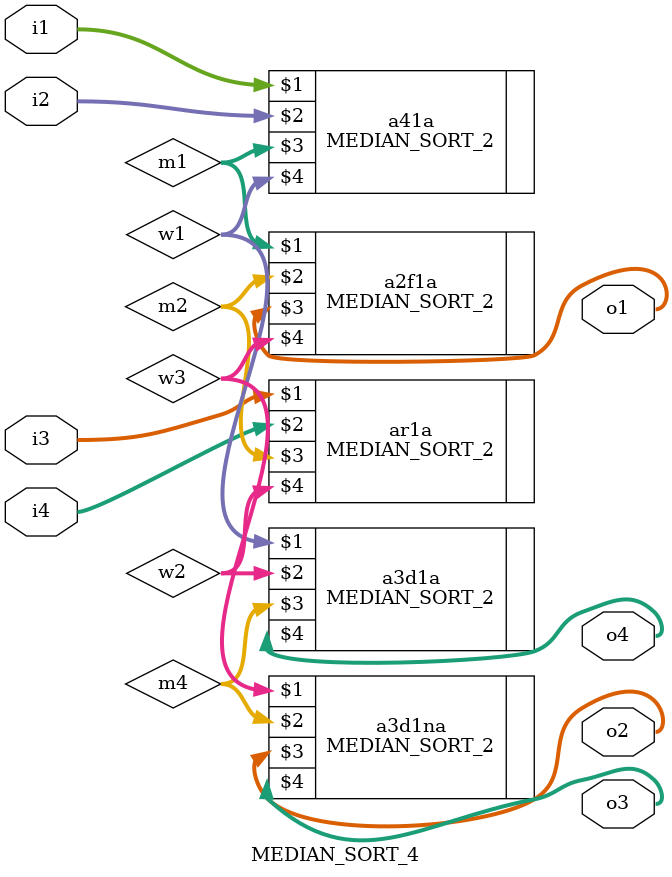
<source format=v>
module MEDIAN_SORT_4(
	 i1,
    i2,
    i3,
    i4,
    o1,
    o2,
    o3,
    o4
);

input [7:0]i1,i2,i3,i4;

output [7:0]o1,o2,o3,o4;

wire [7:0]m1,m2,m3,m4,w1,w2,w3,w4;

MEDIAN_SORT_2 a41a(i1,i2,m1,w1);
MEDIAN_SORT_2 ar1a(i3,i4,m2,w2);

MEDIAN_SORT_2 a2f1a(m1,m2,o1,w3);
MEDIAN_SORT_2 a3d1a(w1,w2,m4,o4);

MEDIAN_SORT_2 a3d1na(w3,m4,o2,o3);

endmodule
</source>
